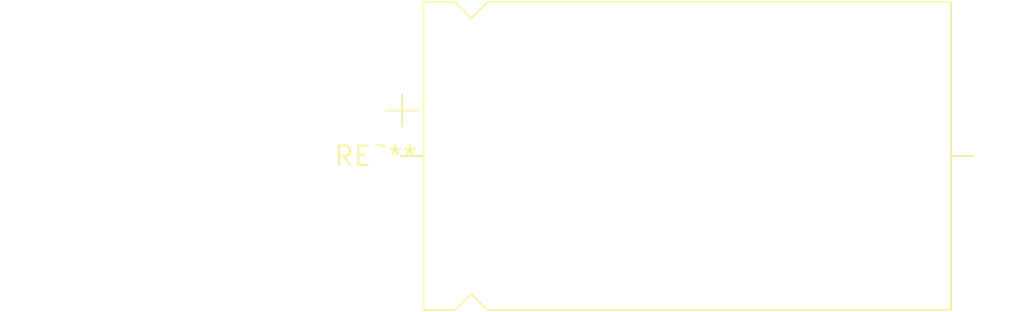
<source format=kicad_pcb>
(kicad_pcb (version 20240108) (generator pcbnew)
  (layers (0 "F.Cu" signal) (31 "B.Cu" signal) (34 "B.Paste" user) (35 "F.Paste" user) (36 "B.SilkS" user "B.Silkscreen") (37 "F.SilkS" user "F.Silkscreen") (38 "B.Mask" user) (39 "F.Mask" user) (44 "Edge.Cuts" user))
  (net 0 "")
  (footprint "CP_Axial_L34.5mm_D20.0mm_P41.00mm_Horizontal" (layer "F.Cu") (at 0 0)
    (property "Reference" "REF**")
    (property "Value" "CP_Axial_L34.5mm_D20.0mm_P41.00mm_Horizontal")
    (fp_line (start 0.68 -3) (end 2.78 -3) (layer "F.SilkS") (stroke (width 0.12)))
    (fp_line (start 1.64 0) (end 3.13 0) (layer "F.SilkS") (stroke (width 0.12)))
    (fp_line (start 1.73 -4.05) (end 1.73 -1.95) (layer "F.SilkS") (stroke (width 0.12)))
    (fp_line (start 3.13 -10.12) (end 3.13 10.12) (layer "F.SilkS") (stroke (width 0.12)))
    (fp_line (start 3.13 -10.12) (end 5.23 -10.12) (layer "F.SilkS") (stroke (width 0.12)))
    (fp_line (start 3.13 10.12) (end 5.23 10.12) (layer "F.SilkS") (stroke (width 0.12)))
    (fp_line (start 5.23 -10.12) (end 6.28 -9.07) (layer "F.SilkS") (stroke (width 0.12)))
    (fp_line (start 5.23 10.12) (end 6.28 9.07) (layer "F.SilkS") (stroke (width 0.12)))
    (fp_line (start 6.28 -9.07) (end 7.33 -10.12) (layer "F.SilkS") (stroke (width 0.12)))
    (fp_line (start 6.28 9.07) (end 7.33 10.12) (layer "F.SilkS") (stroke (width 0.12)))
    (fp_line (start 7.33 -10.12) (end 37.87 -10.12) (layer "F.SilkS") (stroke (width 0.12)))
    (fp_line (start 7.33 10.12) (end 37.87 10.12) (layer "F.SilkS") (stroke (width 0.12)))
    (fp_line (start 37.87 -10.12) (end 37.87 10.12) (layer "F.SilkS") (stroke (width 0.12)))
    (fp_line (start 39.36 0) (end 37.87 0) (layer "F.SilkS") (stroke (width 0.12)))
    (pad "1" thru_hole rect (at 0 0) (size 2.8 2.8) (drill 1.4) (layers *.Cu *.Mask) (remove_unused_layers))
    (pad "2" thru_hole oval (at 41 0) (size 2.8 2.8) (drill 1.4) (layers *.Cu *.Mask) (remove_unused_layers))
  )
)
</source>
